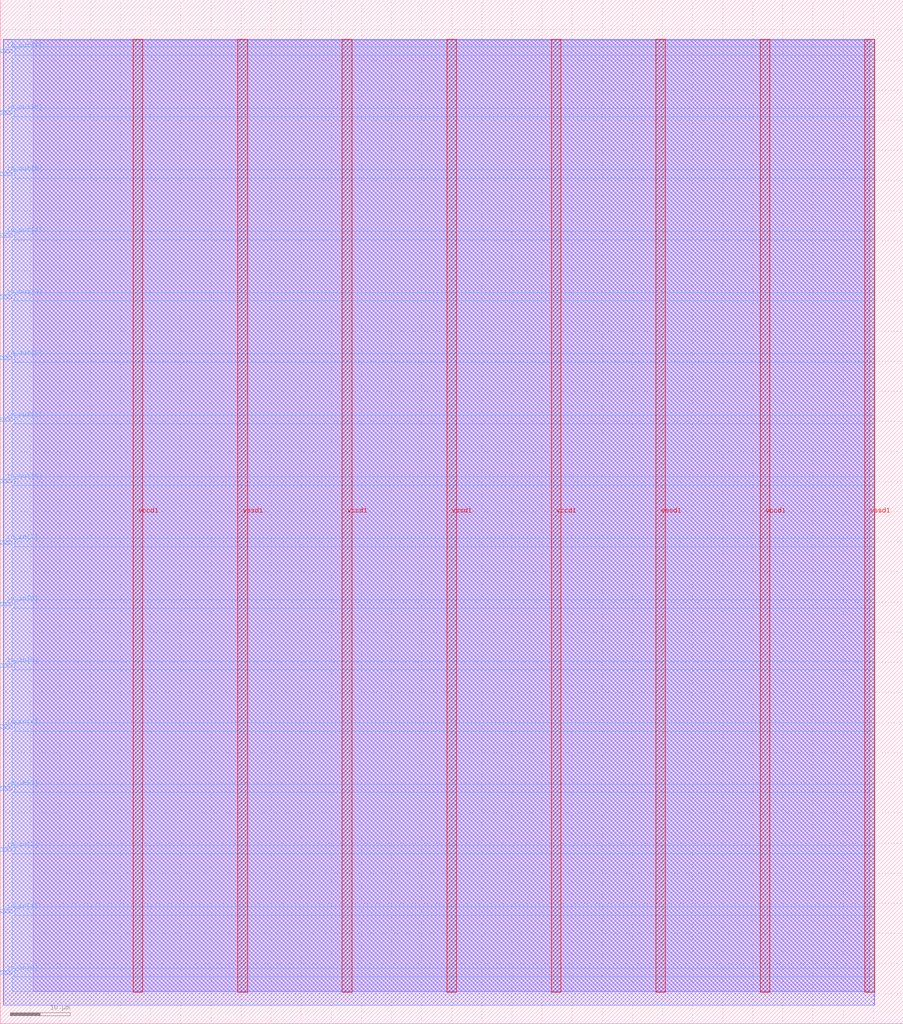
<source format=lef>
VERSION 5.7 ;
  NOWIREEXTENSIONATPIN ON ;
  DIVIDERCHAR "/" ;
  BUSBITCHARS "[]" ;
MACRO weverest_top
  CLASS BLOCK ;
  FOREIGN weverest_top ;
  ORIGIN 0.000 0.000 ;
  SIZE 150.000 BY 170.000 ;
  PIN io_in[0]
    DIRECTION INPUT ;
    USE SIGNAL ;
    PORT
      LAYER met3 ;
        RECT 0.000 8.200 2.000 8.800 ;
    END
  END io_in[0]
  PIN io_in[1]
    DIRECTION INPUT ;
    USE SIGNAL ;
    PORT
      LAYER met3 ;
        RECT 0.000 18.400 2.000 19.000 ;
    END
  END io_in[1]
  PIN io_in[2]
    DIRECTION INPUT ;
    USE SIGNAL ;
    PORT
      LAYER met3 ;
        RECT 0.000 28.600 2.000 29.200 ;
    END
  END io_in[2]
  PIN io_in[3]
    DIRECTION INPUT ;
    USE SIGNAL ;
    PORT
      LAYER met3 ;
        RECT 0.000 38.800 2.000 39.400 ;
    END
  END io_in[3]
  PIN io_in[4]
    DIRECTION INPUT ;
    USE SIGNAL ;
    PORT
      LAYER met3 ;
        RECT 0.000 49.000 2.000 49.600 ;
    END
  END io_in[4]
  PIN io_in[5]
    DIRECTION INPUT ;
    USE SIGNAL ;
    PORT
      LAYER met3 ;
        RECT 0.000 59.200 2.000 59.800 ;
    END
  END io_in[5]
  PIN io_in[6]
    DIRECTION INPUT ;
    USE SIGNAL ;
    PORT
      LAYER met3 ;
        RECT 0.000 69.400 2.000 70.000 ;
    END
  END io_in[6]
  PIN io_in[7]
    DIRECTION INPUT ;
    USE SIGNAL ;
    PORT
      LAYER met3 ;
        RECT 0.000 79.600 2.000 80.200 ;
    END
  END io_in[7]
  PIN io_out[0]
    DIRECTION OUTPUT TRISTATE ;
    USE SIGNAL ;
    PORT
      LAYER met3 ;
        RECT 0.000 89.800 2.000 90.400 ;
    END
  END io_out[0]
  PIN io_out[1]
    DIRECTION OUTPUT TRISTATE ;
    USE SIGNAL ;
    PORT
      LAYER met3 ;
        RECT 0.000 100.000 2.000 100.600 ;
    END
  END io_out[1]
  PIN io_out[2]
    DIRECTION OUTPUT TRISTATE ;
    USE SIGNAL ;
    PORT
      LAYER met3 ;
        RECT 0.000 110.200 2.000 110.800 ;
    END
  END io_out[2]
  PIN io_out[3]
    DIRECTION OUTPUT TRISTATE ;
    USE SIGNAL ;
    PORT
      LAYER met3 ;
        RECT 0.000 120.400 2.000 121.000 ;
    END
  END io_out[3]
  PIN io_out[4]
    DIRECTION OUTPUT TRISTATE ;
    USE SIGNAL ;
    PORT
      LAYER met3 ;
        RECT 0.000 130.600 2.000 131.200 ;
    END
  END io_out[4]
  PIN io_out[5]
    DIRECTION OUTPUT TRISTATE ;
    USE SIGNAL ;
    PORT
      LAYER met3 ;
        RECT 0.000 140.800 2.000 141.400 ;
    END
  END io_out[5]
  PIN io_out[6]
    DIRECTION OUTPUT TRISTATE ;
    USE SIGNAL ;
    PORT
      LAYER met3 ;
        RECT 0.000 151.000 2.000 151.600 ;
    END
  END io_out[6]
  PIN io_out[7]
    DIRECTION OUTPUT TRISTATE ;
    USE SIGNAL ;
    PORT
      LAYER met3 ;
        RECT 0.000 161.200 2.000 161.800 ;
    END
  END io_out[7]
  PIN vccd1
    DIRECTION INOUT ;
    USE POWER ;
    PORT
      LAYER met4 ;
        RECT 22.085 5.200 23.685 163.440 ;
    END
    PORT
      LAYER met4 ;
        RECT 56.815 5.200 58.415 163.440 ;
    END
    PORT
      LAYER met4 ;
        RECT 91.545 5.200 93.145 163.440 ;
    END
    PORT
      LAYER met4 ;
        RECT 126.275 5.200 127.875 163.440 ;
    END
  END vccd1
  PIN vssd1
    DIRECTION INOUT ;
    USE GROUND ;
    PORT
      LAYER met4 ;
        RECT 39.450 5.200 41.050 163.440 ;
    END
    PORT
      LAYER met4 ;
        RECT 74.180 5.200 75.780 163.440 ;
    END
    PORT
      LAYER met4 ;
        RECT 108.910 5.200 110.510 163.440 ;
    END
    PORT
      LAYER met4 ;
        RECT 143.640 5.200 145.240 163.440 ;
    END
  END vssd1
  OBS
      LAYER li1 ;
        RECT 5.520 5.355 144.440 163.285 ;
      LAYER met1 ;
        RECT 0.530 3.100 145.240 163.440 ;
      LAYER met2 ;
        RECT 0.560 3.070 145.210 163.385 ;
      LAYER met3 ;
        RECT 2.000 162.200 145.230 163.365 ;
        RECT 2.400 160.800 145.230 162.200 ;
        RECT 2.000 152.000 145.230 160.800 ;
        RECT 2.400 150.600 145.230 152.000 ;
        RECT 2.000 141.800 145.230 150.600 ;
        RECT 2.400 140.400 145.230 141.800 ;
        RECT 2.000 131.600 145.230 140.400 ;
        RECT 2.400 130.200 145.230 131.600 ;
        RECT 2.000 121.400 145.230 130.200 ;
        RECT 2.400 120.000 145.230 121.400 ;
        RECT 2.000 111.200 145.230 120.000 ;
        RECT 2.400 109.800 145.230 111.200 ;
        RECT 2.000 101.000 145.230 109.800 ;
        RECT 2.400 99.600 145.230 101.000 ;
        RECT 2.000 90.800 145.230 99.600 ;
        RECT 2.400 89.400 145.230 90.800 ;
        RECT 2.000 80.600 145.230 89.400 ;
        RECT 2.400 79.200 145.230 80.600 ;
        RECT 2.000 70.400 145.230 79.200 ;
        RECT 2.400 69.000 145.230 70.400 ;
        RECT 2.000 60.200 145.230 69.000 ;
        RECT 2.400 58.800 145.230 60.200 ;
        RECT 2.000 50.000 145.230 58.800 ;
        RECT 2.400 48.600 145.230 50.000 ;
        RECT 2.000 39.800 145.230 48.600 ;
        RECT 2.400 38.400 145.230 39.800 ;
        RECT 2.000 29.600 145.230 38.400 ;
        RECT 2.400 28.200 145.230 29.600 ;
        RECT 2.000 19.400 145.230 28.200 ;
        RECT 2.400 18.000 145.230 19.400 ;
        RECT 2.000 9.200 145.230 18.000 ;
        RECT 2.400 7.800 145.230 9.200 ;
        RECT 2.000 5.275 145.230 7.800 ;
  END
END weverest_top
END LIBRARY


</source>
